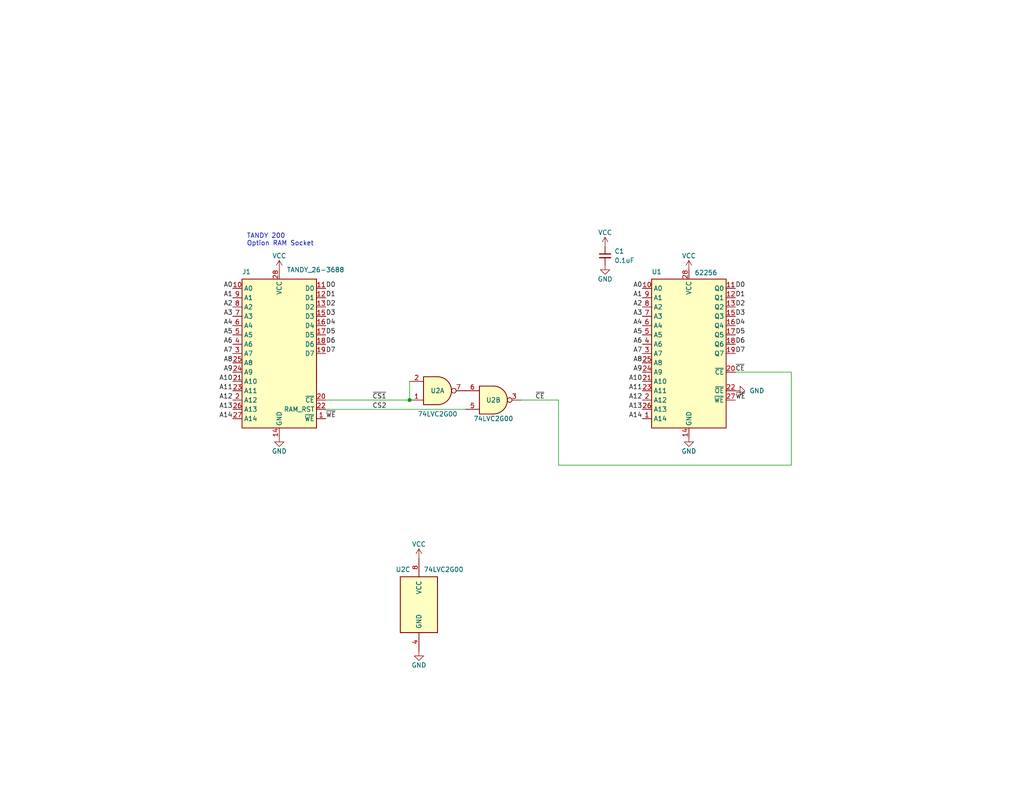
<source format=kicad_sch>
(kicad_sch (version 20211123) (generator eeschema)
  (paper "USLetter")
  (title_block (title "TANDY 200 RAM") (date "2022-10-01") (rev "002") (company "b.kenyon.w@gmail.com") (comment 1 "github.com/bkw777/TANDY_200_RAM") (comment 2 "Replaces TANDY 26-3866"))
  (lib_symbols
    (symbol "000_LOCAL:62256"
      (property "Reference" "U" (at -10.16 20.955 0))
      (property "Value" "62256" (at 1.524 21.336 0))
      (symbol "62256_0_0"
        (pin power_in line (at 0 -22.86 90) (length 2.54) (name "GND") (number "14"))
        (pin power_in line (at 0 22.86 270) (length 2.54) (name "VCC") (number "28"))
      )
      (symbol "62256_0_1"
        (rectangle (start -10.16 20.32) (end 10.16 -20.32) (stroke (width 0.254)) (fill (type background)))
      )
      (symbol "62256_1_1"
        (pin input line (at -12.7 -17.78 0) (length 2.54) (name "A14") (number "1"))
        (pin input line (at -12.7 17.78 0) (length 2.54) (name "A0") (number "10"))
        (pin tri_state line (at 12.7 17.78 180) (length 2.54) (name "Q0") (number "11"))
        (pin tri_state line (at 12.7 15.24 180) (length 2.54) (name "Q1") (number "12"))
        (pin tri_state line (at 12.7 12.7 180) (length 2.54) (name "Q2") (number "13"))
        (pin tri_state line (at 12.7 10.16 180) (length 2.54) (name "Q3") (number "15"))
        (pin tri_state line (at 12.7 7.62 180) (length 2.54) (name "Q4") (number "16"))
        (pin tri_state line (at 12.7 5.08 180) (length 2.54) (name "Q5") (number "17"))
        (pin tri_state line (at 12.7 2.54 180) (length 2.54) (name "Q6") (number "18"))
        (pin tri_state line (at 12.7 0 180) (length 2.54) (name "Q7") (number "19"))
        (pin input line (at -12.7 -12.7 0) (length 2.54) (name "A12") (number "2"))
        (pin input line (at 12.7 -5.08 180) (length 2.54) (name "~{CE}") (number "20"))
        (pin input line (at -12.7 -7.62 0) (length 2.54) (name "A10") (number "21"))
        (pin input line (at 12.7 -10.16 180) (length 2.54) (name "~{OE}") (number "22"))
        (pin input line (at -12.7 -10.16 0) (length 2.54) (name "A11") (number "23"))
        (pin input line (at -12.7 -5.08 0) (length 2.54) (name "A9") (number "24"))
        (pin input line (at -12.7 -2.54 0) (length 2.54) (name "A8") (number "25"))
        (pin input line (at -12.7 -15.24 0) (length 2.54) (name "A13") (number "26"))
        (pin input line (at 12.7 -12.7 180) (length 2.54) (name "~{WE}") (number "27"))
        (pin input line (at -12.7 0 0) (length 2.54) (name "A7") (number "3"))
        (pin input line (at -12.7 2.54 0) (length 2.54) (name "A6") (number "4"))
        (pin input line (at -12.7 5.08 0) (length 2.54) (name "A5") (number "5"))
        (pin input line (at -12.7 7.62 0) (length 2.54) (name "A4") (number "6"))
        (pin input line (at -12.7 10.16 0) (length 2.54) (name "A3") (number "7"))
        (pin input line (at -12.7 12.7 0) (length 2.54) (name "A2") (number "8"))
        (pin input line (at -12.7 15.24 0) (length 2.54) (name "A1") (number "9"))
      )
    )
    (symbol "000_LOCAL:74LVC2G00" (pin_names (offset 1.016))
      (property "Reference" "U" (at -4.572 4.572 0))
      (property "Value" "74LVC2G00" (at 0 4.572 0))
      (symbol "74LVC2G00_1_1"
        (arc (start 0 -3.81) (mid 3.81 0) (end 0 3.81) (stroke (width 0.254)) (fill (type background)))
        (polyline (pts (xy 0 3.81) (xy -3.81 3.81) (xy -3.81 -3.81) (xy 0 -3.81)) (stroke (width 0.254)) (fill (type background)))
        (pin input line (at -7.62 2.54 0) (length 3.81) (name "~") (number "1"))
        (pin input line (at -7.62 -2.54 0) (length 3.81) (name "~") (number "2"))
        (pin output inverted (at 7.62 0 180) (length 3.81) (name "~") (number "7"))
      )
      (symbol "74LVC2G00_1_2"
        (arc (start -3.81 -3.81) (mid -2.589 0) (end -3.81 3.81) (stroke (width 0.254)))
        (arc (start -0.6096 -3.81) (mid 2.1842 -2.5851) (end 3.81 0) (stroke (width 0.254)) (fill (type background)))
        (polyline (pts (xy -3.81 -3.81) (xy -0.635 -3.81)) (stroke (width 0.254)) (fill (type background)))
        (polyline (pts (xy -3.81 3.81) (xy -0.635 3.81)) (stroke (width 0.254)) (fill (type background)))
        (polyline (pts (xy -0.635 3.81) (xy -3.81 3.81) (xy -3.81 3.81) (xy -3.556 3.4036) (xy -3.0226 2.2606) (xy -2.6924 1.0414) (xy -2.6162 -0.254) (xy -2.7686 -1.4986) (xy -3.175 -2.7178) (xy -3.81 -3.81) (xy -3.81 -3.81) (xy -0.635 -3.81)) (stroke (width -25.4)) (fill (type background)))
        (arc (start 3.81 0) (mid 2.1915 2.5936) (end -0.6096 3.81) (stroke (width 0.254)) (fill (type background)))
        (pin input inverted (at -7.62 2.54 0) (length 4.318) (name "~") (number "1"))
        (pin input inverted (at -7.62 -2.54 0) (length 4.318) (name "~") (number "2"))
        (pin output line (at 7.62 0 180) (length 3.81) (name "~") (number "3"))
      )
      (symbol "74LVC2G00_2_1"
        (arc (start 0 -3.81) (mid 3.81 0) (end 0 3.81) (stroke (width 0.254)) (fill (type background)))
        (polyline (pts (xy 0 3.81) (xy -3.81 3.81) (xy -3.81 -3.81) (xy 0 -3.81)) (stroke (width 0.254)) (fill (type background)))
        (pin output inverted (at 7.62 0 180) (length 3.81) (name "~") (number "3"))
        (pin input line (at -7.62 2.54 0) (length 3.81) (name "~") (number "5"))
        (pin input line (at -7.62 -2.54 0) (length 3.81) (name "~") (number "6"))
      )
      (symbol "74LVC2G00_2_2"
        (arc (start -3.81 -3.81) (mid -2.589 0) (end -3.81 3.81) (stroke (width 0.254)))
        (arc (start -0.6096 -3.81) (mid 2.1842 -2.5851) (end 3.81 0) (stroke (width 0.254)) (fill (type background)))
        (polyline (pts (xy -3.81 -3.81) (xy -0.635 -3.81)) (stroke (width 0.254)) (fill (type background)))
        (polyline (pts (xy -3.81 3.81) (xy -0.635 3.81)) (stroke (width 0.254)) (fill (type background)))
        (polyline (pts (xy -0.635 3.81) (xy -3.81 3.81) (xy -3.81 3.81) (xy -3.556 3.4036) (xy -3.0226 2.2606) (xy -2.6924 1.0414) (xy -2.6162 -0.254) (xy -2.7686 -1.4986) (xy -3.175 -2.7178) (xy -3.81 -3.81) (xy -3.81 -3.81) (xy -0.635 -3.81)) (stroke (width -25.4)) (fill (type background)))
        (arc (start 3.81 0) (mid 2.1915 2.5936) (end -0.6096 3.81) (stroke (width 0.254)) (fill (type background)))
        (pin input inverted (at -7.62 2.54 0) (length 4.318) (name "~") (number "4"))
        (pin input inverted (at -7.62 -2.54 0) (length 4.318) (name "~") (number "5"))
        (pin output line (at 7.62 0 180) (length 3.81) (name "~") (number "6"))
      )
      (symbol "74LVC2G00_3_0"
        (pin power_in line (at 0 -12.7 90) (length 5.08) (name "GND") (number "4"))
        (pin power_in line (at 0 12.7 270) (length 5.08) (name "VCC") (number "8"))
      )
      (symbol "74LVC2G00_3_1"
        (rectangle (start -5.08 7.62) (end 5.08 -7.62) (stroke (width 0.254)) (fill (type background)))
      )
      (symbol "74LVC2G00_3_2"
        (arc (start -3.81 -3.81) (mid -2.589 0) (end -3.81 3.81) (stroke (width 0.254)))
        (arc (start -0.6096 -3.81) (mid 2.1842 -2.5851) (end 3.81 0) (stroke (width 0.254)) (fill (type background)))
        (polyline (pts (xy -3.81 -3.81) (xy -0.635 -3.81)) (stroke (width 0.254)) (fill (type background)))
        (polyline (pts (xy -3.81 3.81) (xy -0.635 3.81)) (stroke (width 0.254)) (fill (type background)))
        (polyline (pts (xy -0.635 3.81) (xy -3.81 3.81) (xy -3.81 3.81) (xy -3.556 3.4036) (xy -3.0226 2.2606) (xy -2.6924 1.0414) (xy -2.6162 -0.254) (xy -2.7686 -1.4986) (xy -3.175 -2.7178) (xy -3.81 -3.81) (xy -3.81 -3.81) (xy -0.635 -3.81)) (stroke (width -25.4)) (fill (type background)))
        (arc (start 3.81 0) (mid 2.1915 2.5936) (end -0.6096 3.81) (stroke (width 0.254)) (fill (type background)))
        (pin input inverted (at -7.62 -2.54 0) (length 4.318) (name "~") (number "10"))
        (pin output line (at 7.62 0 180) (length 3.81) (name "~") (number "8"))
        (pin input inverted (at -7.62 2.54 0) (length 4.318) (name "~") (number "9"))
      )
    )
    (symbol "000_LOCAL:C" (pin_numbers hide) (pin_names (offset 0.254) hide)
      (property "Reference" "C" (at 0.254 1.778 0))
      (property "Value" "C" (at 0.254 -2.032 0))
      (symbol "C_0_1"
        (polyline (pts (xy -1.524 -0.508) (xy 1.524 -0.508)) (stroke (width 0.3302)))
        (polyline (pts (xy -1.524 0.508) (xy 1.524 0.508)) (stroke (width 0.3048)))
      )
      (symbol "C_1_1"
        (pin passive line (at 0 2.54 270) (length 2.032) (name "~") (number "1"))
        (pin passive line (at 0 -2.54 90) (length 2.032) (name "~") (number "2"))
      )
    )
    (symbol "000_LOCAL:GND" (power) (pin_names (offset 0))
      (property "Value" "GND" (at 0 -3.81 0))
      (symbol "GND_0_1"
        (polyline (pts (xy 0 0) (xy 0 -1.27) (xy 1.27 -1.27) (xy 0 -2.54) (xy -1.27 -1.27) (xy 0 -1.27)))
      )
      (symbol "GND_1_1"
        (pin power_in line (at 0 0 270) (length 0) hide (name "GND") (number "1"))
      )
    )
    (symbol "000_LOCAL:TANDY_26-3688"
      (property "Reference" "U" (at -10.16 20.955 0))
      (property "Value" "TANDY_26-3688" (at 2.54 20.955 0))
      (symbol "TANDY_26-3688_0_0"
        (pin power_in line (at 0 22.86 270) (length 2.54) (name "VCC") (number "28"))
      )
      (symbol "TANDY_26-3688_0_1"
        (rectangle (start -10.16 20.32) (end 10.16 -20.32) (stroke (width 0.254)) (fill (type background)))
      )
      (symbol "TANDY_26-3688_1_1"
        (pin input line (at 12.7 -17.78 180) (length 2.54) (name "~{WE}") (number "1"))
        (pin input line (at -12.7 17.78 0) (length 2.54) (name "A0") (number "10"))
        (pin tri_state line (at 12.7 17.78 180) (length 2.54) (name "D0") (number "11"))
        (pin tri_state line (at 12.7 15.24 180) (length 2.54) (name "D1") (number "12"))
        (pin tri_state line (at 12.7 12.7 180) (length 2.54) (name "D2") (number "13"))
        (pin power_in line (at 0 -22.86 90) (length 2.54) (name "GND") (number "14"))
        (pin tri_state line (at 12.7 10.16 180) (length 2.54) (name "D3") (number "15"))
        (pin tri_state line (at 12.7 7.62 180) (length 2.54) (name "D4") (number "16"))
        (pin tri_state line (at 12.7 5.08 180) (length 2.54) (name "D5") (number "17"))
        (pin tri_state line (at 12.7 2.54 180) (length 2.54) (name "D6") (number "18"))
        (pin tri_state line (at 12.7 0 180) (length 2.54) (name "D7") (number "19"))
        (pin input line (at -12.7 -12.7 0) (length 2.54) (name "A12") (number "2"))
        (pin input line (at 12.7 -12.7 180) (length 2.54) (name "~{CE}") (number "20"))
        (pin input line (at -12.7 -7.62 0) (length 2.54) (name "A10") (number "21"))
        (pin input line (at 12.7 -15.24 180) (length 2.54) (name "RAM_RST") (number "22"))
        (pin input line (at -12.7 -10.16 0) (length 2.54) (name "A11") (number "23"))
        (pin input line (at -12.7 -5.08 0) (length 2.54) (name "A9") (number "24"))
        (pin input line (at -12.7 -2.54 0) (length 2.54) (name "A8") (number "25"))
        (pin input line (at -12.7 -15.24 0) (length 2.54) (name "A13") (number "26"))
        (pin input line (at -12.7 -17.78 0) (length 2.54) (name "A14") (number "27"))
        (pin input line (at -12.7 0 0) (length 2.54) (name "A7") (number "3"))
        (pin input line (at -12.7 2.54 0) (length 2.54) (name "A6") (number "4"))
        (pin input line (at -12.7 5.08 0) (length 2.54) (name "A5") (number "5"))
        (pin input line (at -12.7 7.62 0) (length 2.54) (name "A4") (number "6"))
        (pin input line (at -12.7 10.16 0) (length 2.54) (name "A3") (number "7"))
        (pin input line (at -12.7 12.7 0) (length 2.54) (name "A2") (number "8"))
        (pin input line (at -12.7 15.24 0) (length 2.54) (name "A1") (number "9"))
      )
    )
    (symbol "74LVC2G00_1" (pin_names (offset 1.016))
      (property "Reference" "U" (at -4.572 4.572 0))
      (property "Value" "74LVC2G00_1" (at 0 4.572 0))
      (symbol "74LVC2G00_1_1_1"
        (arc (start 0 -3.81) (mid 3.81 0) (end 0 3.81) (stroke (width 0.254)) (fill (type background)))
        (polyline (pts (xy 0 3.81) (xy -3.81 3.81) (xy -3.81 -3.81) (xy 0 -3.81)) (stroke (width 0.254)) (fill (type background)))
        (pin input line (at -7.62 2.54 0) (length 3.81) (name "~") (number "1"))
        (pin input line (at -7.62 -2.54 0) (length 3.81) (name "~") (number "2"))
        (pin output inverted (at 7.62 0 180) (length 3.81) (name "~") (number "7"))
      )
      (symbol "74LVC2G00_1_1_2"
        (arc (start -3.81 -3.81) (mid -2.589 0) (end -3.81 3.81) (stroke (width 0.254)))
        (arc (start -0.6096 -3.81) (mid 2.1842 -2.5851) (end 3.81 0) (stroke (width 0.254)) (fill (type background)))
        (polyline (pts (xy -3.81 -3.81) (xy -0.635 -3.81)) (stroke (width 0.254)) (fill (type background)))
        (polyline (pts (xy -3.81 3.81) (xy -0.635 3.81)) (stroke (width 0.254)) (fill (type background)))
        (polyline (pts (xy -0.635 3.81) (xy -3.81 3.81) (xy -3.81 3.81) (xy -3.556 3.4036) (xy -3.0226 2.2606) (xy -2.6924 1.0414) (xy -2.6162 -0.254) (xy -2.7686 -1.4986) (xy -3.175 -2.7178) (xy -3.81 -3.81) (xy -3.81 -3.81) (xy -0.635 -3.81)) (stroke (width -25.4)) (fill (type background)))
        (arc (start 3.81 0) (mid 2.1915 2.5936) (end -0.6096 3.81) (stroke (width 0.254)) (fill (type background)))
        (pin input inverted (at -7.62 2.54 0) (length 4.318) (name "~") (number "1"))
        (pin input inverted (at -7.62 -2.54 0) (length 4.318) (name "~") (number "2"))
        (pin output line (at 7.62 0 180) (length 3.81) (name "~") (number "3"))
      )
      (symbol "74LVC2G00_1_2_1"
        (arc (start 0 -3.81) (mid 3.81 0) (end 0 3.81) (stroke (width 0.254)) (fill (type background)))
        (polyline (pts (xy 0 3.81) (xy -3.81 3.81) (xy -3.81 -3.81) (xy 0 -3.81)) (stroke (width 0.254)) (fill (type background)))
        (pin output inverted (at 7.62 0 180) (length 3.81) (name "~") (number "3"))
        (pin input line (at -7.62 2.54 0) (length 3.81) (name "~") (number "5"))
        (pin input line (at -7.62 -2.54 0) (length 3.81) (name "~") (number "6"))
      )
      (symbol "74LVC2G00_1_2_2"
        (arc (start -3.81 -3.81) (mid -2.589 0) (end -3.81 3.81) (stroke (width 0.254)))
        (arc (start -0.6096 -3.81) (mid 2.1842 -2.5851) (end 3.81 0) (stroke (width 0.254)) (fill (type background)))
        (polyline (pts (xy -3.81 -3.81) (xy -0.635 -3.81)) (stroke (width 0.254)) (fill (type background)))
        (polyline (pts (xy -3.81 3.81) (xy -0.635 3.81)) (stroke (width 0.254)) (fill (type background)))
        (polyline (pts (xy -0.635 3.81) (xy -3.81 3.81) (xy -3.81 3.81) (xy -3.556 3.4036) (xy -3.0226 2.2606) (xy -2.6924 1.0414) (xy -2.6162 -0.254) (xy -2.7686 -1.4986) (xy -3.175 -2.7178) (xy -3.81 -3.81) (xy -3.81 -3.81) (xy -0.635 -3.81)) (stroke (width -25.4)) (fill (type background)))
        (arc (start 3.81 0) (mid 2.1915 2.5936) (end -0.6096 3.81) (stroke (width 0.254)) (fill (type background)))
        (pin input inverted (at -7.62 2.54 0) (length 4.318) (name "~") (number "4"))
        (pin input inverted (at -7.62 -2.54 0) (length 4.318) (name "~") (number "5"))
        (pin output line (at 7.62 0 180) (length 3.81) (name "~") (number "6"))
      )
      (symbol "74LVC2G00_1_3_0"
        (pin power_in line (at 0 -12.7 90) (length 5.08) (name "GND") (number "4"))
        (pin power_in line (at 0 12.7 270) (length 5.08) (name "VCC") (number "8"))
      )
      (symbol "74LVC2G00_1_3_1"
        (rectangle (start -5.08 7.62) (end 5.08 -7.62) (stroke (width 0.254)) (fill (type background)))
      )
      (symbol "74LVC2G00_1_3_2"
        (arc (start -3.81 -3.81) (mid -2.589 0) (end -3.81 3.81) (stroke (width 0.254)))
        (arc (start -0.6096 -3.81) (mid 2.1842 -2.5851) (end 3.81 0) (stroke (width 0.254)) (fill (type background)))
        (polyline (pts (xy -3.81 -3.81) (xy -0.635 -3.81)) (stroke (width 0.254)) (fill (type background)))
        (polyline (pts (xy -3.81 3.81) (xy -0.635 3.81)) (stroke (width 0.254)) (fill (type background)))
        (polyline (pts (xy -0.635 3.81) (xy -3.81 3.81) (xy -3.81 3.81) (xy -3.556 3.4036) (xy -3.0226 2.2606) (xy -2.6924 1.0414) (xy -2.6162 -0.254) (xy -2.7686 -1.4986) (xy -3.175 -2.7178) (xy -3.81 -3.81) (xy -3.81 -3.81) (xy -0.635 -3.81)) (stroke (width -25.4)) (fill (type background)))
        (arc (start 3.81 0) (mid 2.1915 2.5936) (end -0.6096 3.81) (stroke (width 0.254)) (fill (type background)))
        (pin input inverted (at -7.62 -2.54 0) (length 4.318) (name "~") (number "10"))
        (pin output line (at 7.62 0 180) (length 3.81) (name "~") (number "8"))
        (pin input inverted (at -7.62 2.54 0) (length 4.318) (name "~") (number "9"))
      )
    )
    (symbol "power:GND" (power) (pin_names (offset 0))
      (property "Value" "GND" (at 0 -3.81 0))
      (symbol "GND_0_1"
        (polyline (pts (xy 0 0) (xy 0 -1.27) (xy 1.27 -1.27) (xy 0 -2.54) (xy -1.27 -1.27) (xy 0 -1.27)))
      )
      (symbol "GND_1_1"
        (pin power_in line (at 0 0 270) (length 0) hide (name "GND") (number "1"))
      )
    )
    (symbol "power:VCC" (power) (pin_names (offset 0))
      (property "Value" "VCC" (at 0 3.81 0))
      (symbol "VCC_0_1"
        (polyline (pts (xy -0.762 1.27) (xy 0 2.54)))
        (polyline (pts (xy 0 0) (xy 0 2.54)))
        (polyline (pts (xy 0 2.54) (xy 0.762 1.27)))
      )
      (symbol "VCC_1_1"
        (pin power_in line (at 0 0 90) (length 0) hide (name "VCC") (number "1"))
      )
    )
  )
  (junction (at 111.76 109.22))
  (wire (pts (xy 215.9 101.6) (xy 215.9 127)))
  (wire (pts (xy 88.9 111.76) (xy 127 111.76)))
  (wire (pts (xy 111.76 104.14) (xy 111.76 109.22)))
  (wire (pts (xy 152.4 109.22) (xy 142.24 109.22)))
  (wire (pts (xy 152.4 127) (xy 215.9 127)))
  (wire (pts (xy 200.66 101.6) (xy 215.9 101.6)))
  (wire (pts (xy 88.9 109.22) (xy 111.76 109.22)))
  (wire (pts (xy 152.4 109.22) (xy 152.4 127)))
  (text "TANDY 200\nOption RAM Socket" (at 67.31 67.31 0) (effects (font (size 1.27 1.27)) (justify left bottom)))
  (label "A13" (at 175.26 111.76 180))
  (label "A1" (at 63.5 81.28 180))
  (label "D6" (at 200.66 93.98 0))
  (label "A4" (at 175.26 88.9 180))
  (label "~{CE}" (at 146.05 109.22 0))
  (label "A6" (at 175.26 93.98 180))
  (label "A9" (at 63.5 101.6 180))
  (label "A4" (at 63.5 88.9 180))
  (label "D6" (at 88.9 93.98 0))
  (label "A7" (at 63.5 96.52 180))
  (label "CS2" (at 101.6 111.76 0))
  (label "D3" (at 88.9 86.36 0))
  (label "D2" (at 88.9 83.82 0))
  (label "~{WE}" (at 200.66 109.22 0))
  (label "A0" (at 63.5 78.74 180))
  (label "A3" (at 63.5 86.36 180))
  (label "A1" (at 175.26 81.28 180))
  (label "A12" (at 63.5 109.22 180))
  (label "A8" (at 175.26 99.06 180))
  (label "A0" (at 175.26 78.74 180))
  (label "A2" (at 175.26 83.82 180))
  (label "D0" (at 200.66 78.74 0))
  (label "D4" (at 88.9 88.9 0))
  (label "A14" (at 175.26 114.3 180))
  (label "A13" (at 63.5 111.76 180))
  (label "A3" (at 175.26 86.36 180))
  (label "A9" (at 175.26 101.6 180))
  (label "D2" (at 200.66 83.82 0))
  (label "D5" (at 200.66 91.44 0))
  (label "A7" (at 175.26 96.52 180))
  (label "D1" (at 200.66 81.28 0))
  (label "A12" (at 175.26 109.22 180))
  (label "A8" (at 63.5 99.06 180))
  (label "~{CE}" (at 200.66 101.6 0))
  (label "A10" (at 63.5 104.14 180))
  (label "A10" (at 175.26 104.14 180))
  (label "A11" (at 175.26 106.68 180))
  (label "A5" (at 63.5 91.44 180))
  (label "D7" (at 200.66 96.52 0))
  (label "D7" (at 88.9 96.52 0))
  (label "A14" (at 63.5 114.3 180))
  (label "D1" (at 88.9 81.28 0))
  (label "A5" (at 175.26 91.44 180))
  (label "D3" (at 200.66 86.36 0))
  (label "D4" (at 200.66 88.9 0))
  (label "A11" (at 63.5 106.68 180))
  (label "D0" (at 88.9 78.74 0))
  (label "~{WE}" (at 88.9 114.3 0))
  (label "A6" (at 63.5 93.98 180))
  (label "A2" (at 63.5 83.82 180))
  (label "D5" (at 88.9 91.44 0))
  (label "~{CS1}" (at 101.6 109.22 0))
  (symbol (lib_id "power:VCC") (at 76.2 73.66 0) (unit 1)
    (property "Reference" "#PWR0104" (effects hide))
    (property "Value" "VCC" (at 76.2 69.85 0))
  )
  (symbol (lib_id "power:GND") (at 76.2 119.38 0) (unit 1)
    (property "Reference" "#PWR0108" (effects hide))
    (property "Value" "GND" (at 76.2 123.19 0))
  )
  (symbol (lib_id "power:VCC") (at 114.3 152.4 0) (unit 1)
    (property "Reference" "#PWR0109" (effects hide))
    (property "Value" "VCC" (at 114.3 148.59 0))
  )
  (symbol (lib_id "000_LOCAL:TANDY_26-3688") (at 76.2 96.52 0) (unit 1)
    (property "Reference" "J1" (at 66.04 74.93 0) (effects (justify left bottom)))
    (property "Value" "TANDY_26-3688" (at 78.2194 73.66 0) (effects (justify left)))
    (property "Footprint" "000_LOCAL:KEL ICC05-028-360TP" (effects hide))
  )
  (symbol (lib_id "power:GND") (at 114.3 177.8 0) (unit 1)
    (property "Reference" "#PWR0103" (effects hide))
    (property "Value" "GND" (at 114.3 181.61 0))
  )
  (symbol (lib_id "power:VCC") (at 165.1 67.31 0) (unit 1)
    (property "Reference" "#PWR0106" (effects hide))
    (property "Value" "VCC" (at 165.1 63.5 0))
  )
  (symbol (lib_id "power:GND") (at 165.1 72.39 0) (unit 1)
    (property "Reference" "#PWR0105" (effects hide))
    (property "Value" "GND" (at 165.1 76.2 0))
  )
  (symbol (lib_id "000_LOCAL:C") (at 165.1 69.85 0) (unit 1)
    (property "Reference" "C1" (at 167.64 68.5862 0) (effects (justify left)))
    (property "Value" "0.1uF" (at 167.64 71.1262 0) (effects (justify left)))
    (property "Footprint" "000_LOCAL:C_0805" (effects hide))
  )
  (symbol (lib_id "power:GND") (at 187.96 119.38 0) (unit 1)
    (property "Reference" "#PWR0102" (effects hide))
    (property "Value" "GND" (at 187.96 123.19 0))
  )
  (symbol (lib_id "power:VCC") (at 187.96 73.66 0) (unit 1)
    (property "Reference" "#PWR0101" (effects hide))
    (property "Value" "VCC" (at 187.96 69.85 0))
  )
  (symbol (lib_id "000_LOCAL:74LVC2G00") (at 134.62 109.22 0) (mirror x) (unit 2)
    (property "Reference" "U2" (at 134.62 109.22 0))
    (property "Value" "74LVC2G00" (at 134.62 114.3 0))
    (property "Footprint" "000_LOCAL:SSOP-8_2.95x2.8x0.65" (effects hide))
    (property "Datasheet" "https://www.ti.com/lit/gpn/sn74lvc2g00" (effects hide))
  )
  (symbol (lib_name "74LVC2G00_1") (lib_id "000_LOCAL:74LVC2G00") (at 119.38 106.68 0) (mirror x) (unit 1)
    (property "Reference" "U2" (at 119.38 106.68 0))
    (property "Value" "74LVC2G00" (at 119.38 113.03 0))
    (property "Footprint" "000_LOCAL:SSOP-8_2.95x2.8x0.65" (effects hide))
    (property "Datasheet" "https://www.ti.com/lit/gpn/sn74lvc2g00" (effects hide))
  )
  (symbol (lib_id "000_LOCAL:GND") (at 200.66 106.68 90) (unit 1)
    (property "Reference" "#PWR0107" (effects hide))
    (property "Value" "GND" (at 204.47 106.6799 90) (effects (justify right)))
  )
  (symbol (lib_id "000_LOCAL:62256") (at 187.96 96.52 0) (unit 1)
    (property "Reference" "U1" (at 177.8 74.93 0) (effects (justify left bottom)))
    (property "Value" "62256" (at 189.484 75.184 0) (effects (justify left bottom)))
    (property "Footprint" "000_LOCAL:SOP-28" (effects hide))
    (property "Datasheet" "https://www.futurlec.com/Datasheet/Memory/62256.pdf" (effects hide))
  )
  (symbol (lib_id "000_LOCAL:74LVC2G00") (at 114.3 165.1 0) (unit 3)
    (property "Reference" "U2" (at 107.95 156.21 0) (effects (justify left bottom)))
    (property "Value" "74LVC2G00" (at 115.57 156.21 0) (effects (justify left bottom)))
    (property "Footprint" "000_LOCAL:SSOP-8_2.95x2.8x0.65" (effects hide))
    (property "Datasheet" "https://www.ti.com/lit/gpn/sn74lvc2g00" (effects hide))
  )
)
</source>
